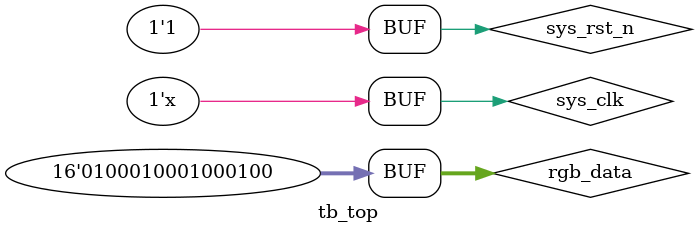
<source format=v>
`timescale 1ns/1ns
module tb_top();

reg                     sys_clk         ;
reg                     sys_rst_n       ;
reg             [15:0]  rgb_data        ;

wire            [7:0]   JFIF_data       ;
wire                    fifo_wr_req     ;

initial
    begin
        sys_clk=1'b1;
        rgb_data=16'd0;
        sys_rst_n<=1'b0;
        #20
        sys_rst_n<=1'b1;
        rgb_data=16'h1111;
        #160
        rgb_data=16'h2222;
        #160
        rgb_data=16'h3333;
        #160
        rgb_data=16'h4444;
        #160
        rgb_data=16'h4444;
    end
    
always #10 sys_clk=~sys_clk;

top     top_inst
(
    .sys_clk         (sys_clk    ),
    .sys_rst_n       (sys_rst_n  ),
    .rgb_data        (rgb_data   ),

    .JFIF_data       (JFIF_data),
    .fifo_wr_req     (fifo_wr_req)
);


endmodule
</source>
